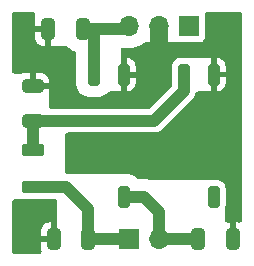
<source format=gbr>
%TF.GenerationSoftware,KiCad,Pcbnew,7.0.10*%
%TF.CreationDate,2024-02-11T10:34:46+07:00*%
%TF.ProjectId,HV-BOARD,48562d42-4f41-4524-942e-6b696361645f,rev?*%
%TF.SameCoordinates,PX86b4dd0PY68e7780*%
%TF.FileFunction,Copper,L1,Top*%
%TF.FilePolarity,Positive*%
%FSLAX46Y46*%
G04 Gerber Fmt 4.6, Leading zero omitted, Abs format (unit mm)*
G04 Created by KiCad (PCBNEW 7.0.10) date 2024-02-11 10:34:46*
%MOMM*%
%LPD*%
G01*
G04 APERTURE LIST*
G04 Aperture macros list*
%AMRoundRect*
0 Rectangle with rounded corners*
0 $1 Rounding radius*
0 $2 $3 $4 $5 $6 $7 $8 $9 X,Y pos of 4 corners*
0 Add a 4 corners polygon primitive as box body*
4,1,4,$2,$3,$4,$5,$6,$7,$8,$9,$2,$3,0*
0 Add four circle primitives for the rounded corners*
1,1,$1+$1,$2,$3*
1,1,$1+$1,$4,$5*
1,1,$1+$1,$6,$7*
1,1,$1+$1,$8,$9*
0 Add four rect primitives between the rounded corners*
20,1,$1+$1,$2,$3,$4,$5,0*
20,1,$1+$1,$4,$5,$6,$7,0*
20,1,$1+$1,$6,$7,$8,$9,0*
20,1,$1+$1,$8,$9,$2,$3,0*%
G04 Aperture macros list end*
%TA.AperFunction,SMDPad,CuDef*%
%ADD10RoundRect,0.250000X-0.325000X-0.650000X0.325000X-0.650000X0.325000X0.650000X-0.325000X0.650000X0*%
%TD*%
%TA.AperFunction,SMDPad,CuDef*%
%ADD11RoundRect,0.250000X-0.650000X0.325000X-0.650000X-0.325000X0.650000X-0.325000X0.650000X0.325000X0*%
%TD*%
%TA.AperFunction,SMDPad,CuDef*%
%ADD12RoundRect,0.250000X0.700000X-0.275000X0.700000X0.275000X-0.700000X0.275000X-0.700000X-0.275000X0*%
%TD*%
%TA.AperFunction,SMDPad,CuDef*%
%ADD13RoundRect,0.250000X0.325000X0.650000X-0.325000X0.650000X-0.325000X-0.650000X0.325000X-0.650000X0*%
%TD*%
%TA.AperFunction,SMDPad,CuDef*%
%ADD14RoundRect,0.250000X0.250000X0.675000X-0.250000X0.675000X-0.250000X-0.675000X0.250000X-0.675000X0*%
%TD*%
%TA.AperFunction,ComponentPad*%
%ADD15R,1.700000X1.700000*%
%TD*%
%TA.AperFunction,ComponentPad*%
%ADD16O,1.700000X1.700000*%
%TD*%
%TA.AperFunction,ViaPad*%
%ADD17C,0.800000*%
%TD*%
%TA.AperFunction,Conductor*%
%ADD18C,0.500000*%
%TD*%
%TA.AperFunction,Conductor*%
%ADD19C,1.500000*%
%TD*%
%TA.AperFunction,Conductor*%
%ADD20C,1.000000*%
%TD*%
G04 APERTURE END LIST*
D10*
%TO.P,C12,1*%
%TO.N,GND*%
X3525000Y19750000D03*
%TO.P,C12,2*%
%TO.N,-HV*%
X6475000Y19750000D03*
%TD*%
D11*
%TO.P,C11,1*%
%TO.N,GND*%
X2250000Y14975000D03*
%TO.P,C11,2*%
%TO.N,Net-(B1-+VIN)*%
X2250000Y12025000D03*
%TD*%
D12*
%TO.P,L1,1*%
%TO.N,+5V*%
X2250000Y6425000D03*
%TO.P,L1,2*%
%TO.N,Net-(B1-+VIN)*%
X2250000Y9575000D03*
%TD*%
D13*
%TO.P,C13,1*%
%TO.N,GND*%
X19225000Y2000000D03*
%TO.P,C13,2*%
%TO.N,+HV*%
X16275000Y2000000D03*
%TD*%
D10*
%TO.P,C10,1*%
%TO.N,GND*%
X4025000Y2000000D03*
%TO.P,C10,2*%
%TO.N,+5V*%
X6975000Y2000000D03*
%TD*%
D14*
%TO.P,B1,1,-VIN*%
%TO.N,GND*%
X17580000Y15925000D03*
%TO.P,B1,2,+VIN*%
%TO.N,Net-(B1-+VIN)*%
X15040000Y15925000D03*
%TO.P,B1,4,0_VOUT*%
%TO.N,GND*%
X9960000Y15925000D03*
%TO.P,B1,5,-VOUT*%
%TO.N,-HV*%
X7420000Y15925000D03*
%TO.P,B1,7,+VOUT*%
%TO.N,+HV*%
X9960000Y5575000D03*
%TO.P,B1,10,NC*%
%TO.N,unconnected-(B1-NC-Pad10)*%
X17580000Y5575000D03*
%TD*%
D15*
%TO.P,J5,1,Pin_1*%
%TO.N,OE*%
X15500000Y20000000D03*
D16*
%TO.P,J5,2,Pin_2*%
%TO.N,GND*%
X12960000Y20000000D03*
%TO.P,J5,3,Pin_3*%
%TO.N,-HV*%
X10420000Y20000000D03*
%TD*%
%TO.P,J7,2,Pin_2*%
%TO.N,+HV*%
X12960000Y2000000D03*
D15*
%TO.P,J7,1,Pin_1*%
%TO.N,+5V*%
X10420000Y2000000D03*
%TD*%
D17*
%TO.N,GND*%
X17250000Y20750000D03*
X5250000Y17500000D03*
X12750000Y8000000D03*
X5500000Y8000000D03*
X12750000Y10500000D03*
X8750000Y10500000D03*
X5500000Y10500000D03*
X1000000Y4750000D03*
X1000000Y16500000D03*
X12000000Y13500000D03*
X7500000Y13500000D03*
X4250000Y13500000D03*
X19500000Y8000000D03*
X19500000Y12250000D03*
X19500000Y16750000D03*
X16500000Y10500000D03*
X16500000Y7500000D03*
X16500000Y14000000D03*
X19500000Y4250000D03*
X1000000Y1250000D03*
X19500000Y20750000D03*
X1000000Y20750000D03*
X11750000Y16000000D03*
X2250000Y16500000D03*
X2000000Y19750000D03*
%TD*%
D18*
%TO.N,GND*%
X12960000Y18040000D02*
X13000000Y18000000D01*
D19*
X12960000Y20000000D02*
X12960000Y18040000D01*
D20*
%TO.N,+HV*%
X12960000Y2000000D02*
X16275000Y2000000D01*
%TO.N,Net-(B1-+VIN)*%
X12525000Y12025000D02*
X2250000Y12025000D01*
X15040000Y14540000D02*
X12525000Y12025000D01*
X15040000Y15925000D02*
X15040000Y14540000D01*
D18*
%TO.N,GND*%
X11675000Y15925000D02*
X11750000Y16000000D01*
X9960000Y15925000D02*
X11675000Y15925000D01*
X2250000Y14975000D02*
X2250000Y16500000D01*
X3525000Y19750000D02*
X2000000Y19750000D01*
D20*
%TO.N,Net-(B1-+VIN)*%
X2250000Y12025000D02*
X2250000Y9575000D01*
%TO.N,+5V*%
X5075000Y6425000D02*
X2250000Y6425000D01*
X6975000Y2000000D02*
X6975000Y4525000D01*
X6975000Y4525000D02*
X5075000Y6425000D01*
X6975000Y2000000D02*
X10420000Y2000000D01*
%TO.N,+HV*%
X11675000Y5575000D02*
X9960000Y5575000D01*
X12960000Y4290000D02*
X11675000Y5575000D01*
X12960000Y2000000D02*
X12960000Y4290000D01*
%TO.N,-HV*%
X7420000Y19750000D02*
X6475000Y19750000D01*
X7420000Y15925000D02*
X7420000Y19750000D01*
X10170000Y19750000D02*
X10420000Y20000000D01*
X6475000Y19750000D02*
X10170000Y19750000D01*
%TD*%
%TA.AperFunction,Conductor*%
%TO.N,GND*%
G36*
X4146288Y5405546D02*
G01*
X4227070Y5351570D01*
X4281046Y5270788D01*
X4300000Y5175500D01*
X4300000Y3528139D01*
X4281046Y3432851D01*
X4275000Y3423803D01*
X4275000Y2250001D01*
X4275001Y2250000D01*
X4300000Y2250000D01*
X4300000Y1750000D01*
X2950002Y1750000D01*
X2950001Y1749999D01*
X2950001Y1300016D01*
X2960494Y1197301D01*
X2960495Y1197298D01*
X3000251Y1077322D01*
X3012232Y980908D01*
X2986405Y887249D01*
X2926701Y810603D01*
X2842212Y762639D01*
X2763890Y750000D01*
X749000Y750000D01*
X653712Y768954D01*
X572930Y822930D01*
X518954Y903712D01*
X500000Y999000D01*
X500000Y2250001D01*
X2950000Y2250001D01*
X2950001Y2250000D01*
X3774999Y2250000D01*
X3775000Y2250001D01*
X3775000Y3400001D01*
X3650024Y3400000D01*
X3547300Y3389506D01*
X3547297Y3389505D01*
X3380880Y3334360D01*
X3380878Y3334359D01*
X3231658Y3242319D01*
X3231654Y3242316D01*
X3107684Y3118346D01*
X3107681Y3118342D01*
X3015641Y2969122D01*
X3015640Y2969121D01*
X2960495Y2802702D01*
X2960494Y2802695D01*
X2950000Y2699982D01*
X2950000Y2250001D01*
X500000Y2250001D01*
X500000Y5151000D01*
X518954Y5246288D01*
X572930Y5327070D01*
X653712Y5381046D01*
X749000Y5400000D01*
X1483836Y5400000D01*
X1496503Y5399678D01*
X1499965Y5399503D01*
X1499991Y5399500D01*
X3000008Y5399501D01*
X3102797Y5410001D01*
X3102908Y5410038D01*
X3108411Y5411861D01*
X3186734Y5424500D01*
X4051000Y5424500D01*
X4146288Y5405546D01*
G37*
%TD.AperFunction*%
%TA.AperFunction,Conductor*%
G36*
X2296288Y21231046D02*
G01*
X2377070Y21177070D01*
X2431046Y21096288D01*
X2450000Y21001000D01*
X2450000Y20000001D01*
X2450001Y20000000D01*
X3526000Y20000000D01*
X3621288Y19981046D01*
X3702070Y19927070D01*
X3756046Y19846288D01*
X3775000Y19751000D01*
X3775000Y18350002D01*
X3775002Y18350000D01*
X5028388Y18350000D01*
X5123676Y18331046D01*
X5204454Y18277073D01*
X5345346Y18136181D01*
X5345349Y18136179D01*
X5345350Y18136178D01*
X5470973Y18049146D01*
X5530374Y18007993D01*
X5735317Y17914904D01*
X5735318Y17914904D01*
X5735320Y17914903D01*
X5745865Y17911213D01*
X5745204Y17909324D01*
X5819100Y17874251D01*
X5884248Y17802176D01*
X5916854Y17710656D01*
X5919500Y17674454D01*
X5919500Y15185792D01*
X5919501Y15185784D01*
X5929904Y15053588D01*
X5984904Y14835317D01*
X6077993Y14630374D01*
X6077995Y14630371D01*
X6077996Y14630369D01*
X6206177Y14445351D01*
X6206178Y14445350D01*
X6206181Y14445346D01*
X6365346Y14286181D01*
X6365349Y14286179D01*
X6365350Y14286178D01*
X6537444Y14166951D01*
X6550374Y14157993D01*
X6755317Y14064904D01*
X6973588Y14009904D01*
X6973591Y14009904D01*
X6973594Y14009903D01*
X7039685Y14004702D01*
X7105783Y13999500D01*
X7734216Y13999501D01*
X7866412Y14009904D01*
X8084683Y14064904D01*
X8289626Y14157993D01*
X8474654Y14286181D01*
X8615545Y14427073D01*
X8696324Y14481046D01*
X8791612Y14500000D01*
X9709999Y14500000D01*
X9710000Y14500002D01*
X10210000Y14500002D01*
X10210001Y14500001D01*
X10259968Y14500001D01*
X10259984Y14500002D01*
X10362699Y14510495D01*
X10362702Y14510496D01*
X10529119Y14565641D01*
X10529121Y14565642D01*
X10678341Y14657682D01*
X10678345Y14657685D01*
X10802315Y14781655D01*
X10802318Y14781659D01*
X10894358Y14930879D01*
X10894359Y14930880D01*
X10949504Y15097299D01*
X10949505Y15097306D01*
X10959999Y15200019D01*
X10960000Y15200029D01*
X10960000Y15674999D01*
X10959999Y15675000D01*
X10210001Y15675000D01*
X10210000Y15674999D01*
X10210000Y14500002D01*
X9710000Y14500002D01*
X9710000Y16175001D01*
X10210000Y16175001D01*
X10210001Y16175000D01*
X10959998Y16175000D01*
X10959999Y16175001D01*
X10959999Y16649968D01*
X10959998Y16649985D01*
X10949505Y16752700D01*
X10949504Y16752703D01*
X10894359Y16919120D01*
X10894358Y16919122D01*
X10802318Y17068342D01*
X10802315Y17068346D01*
X10678345Y17192316D01*
X10678341Y17192319D01*
X10529121Y17284359D01*
X10529120Y17284360D01*
X10362701Y17339505D01*
X10362694Y17339506D01*
X10259981Y17350000D01*
X10210001Y17350000D01*
X10210000Y17349999D01*
X10210000Y16175001D01*
X9710000Y16175001D01*
X9710000Y17412866D01*
X9700000Y17463139D01*
X9700000Y17953858D01*
X9718954Y18049146D01*
X9772930Y18129928D01*
X9853712Y18183904D01*
X9949000Y18202858D01*
X10001922Y18197169D01*
X10155974Y18163657D01*
X10420000Y18144773D01*
X10684026Y18163657D01*
X10942678Y18219923D01*
X11190689Y18312426D01*
X11423011Y18439284D01*
X11634915Y18597913D01*
X11634919Y18597918D01*
X11638149Y18600335D01*
X11725789Y18642265D01*
X11787369Y18650000D01*
X12709999Y18650000D01*
X13210001Y18650000D01*
X14586130Y18650000D01*
X14599458Y18649643D01*
X14602110Y18649502D01*
X14602127Y18649500D01*
X16397872Y18649501D01*
X16457483Y18655909D01*
X16592331Y18706204D01*
X16707546Y18792454D01*
X16793796Y18907669D01*
X16844091Y19042517D01*
X16850500Y19102127D01*
X16850499Y20897872D01*
X16844091Y20957483D01*
X16844090Y20957484D01*
X16842426Y20972972D01*
X16846285Y20973387D01*
X16843861Y21040766D01*
X16877789Y21131804D01*
X16943974Y21202928D01*
X17032339Y21243311D01*
X17089665Y21250000D01*
X19751000Y21250000D01*
X19846288Y21231046D01*
X19927070Y21177070D01*
X19981046Y21096288D01*
X20000000Y21001000D01*
X20000000Y3633807D01*
X19981046Y3538519D01*
X19927070Y3457737D01*
X19846288Y3403761D01*
X19751000Y3384807D01*
X19716256Y3388485D01*
X19716220Y3388124D01*
X19599981Y3400000D01*
X19475001Y3400000D01*
X19475000Y3399999D01*
X19475000Y1999000D01*
X19456046Y1903712D01*
X19402070Y1822930D01*
X19321288Y1768954D01*
X19226000Y1750000D01*
X19224000Y1750000D01*
X19128712Y1768954D01*
X19047930Y1822930D01*
X18993954Y1903712D01*
X18975000Y1999000D01*
X18975000Y3400001D01*
X18850024Y3400000D01*
X18774305Y3392264D01*
X18677584Y3401436D01*
X18591735Y3446924D01*
X18529829Y3521802D01*
X18501289Y3614670D01*
X18500000Y3639975D01*
X18500000Y4495781D01*
X18512639Y4574104D01*
X18514812Y4580665D01*
X18514814Y4580666D01*
X18569999Y4747203D01*
X18580500Y4849991D01*
X18580499Y6300008D01*
X18569999Y6402797D01*
X18555548Y6446406D01*
X18536218Y6504742D01*
X18514814Y6569334D01*
X18422712Y6718656D01*
X18298656Y6842712D01*
X18149334Y6934814D01*
X18149332Y6934815D01*
X18149330Y6934816D01*
X18149332Y6934816D01*
X17982802Y6989998D01*
X17982798Y6989999D01*
X17982797Y6989999D01*
X17880009Y7000500D01*
X17880005Y7000500D01*
X17279983Y7000500D01*
X17276529Y7000323D01*
X17263859Y7000000D01*
X12197728Y7000000D01*
X12114634Y7015639D01*
X12114478Y7015112D01*
X12109404Y7016623D01*
X12107213Y7017035D01*
X12104617Y7018048D01*
X12104609Y7018051D01*
X12018326Y7036143D01*
X12008302Y7038462D01*
X11922824Y7060108D01*
X11922814Y7060110D01*
X11907154Y7061407D01*
X11876630Y7065854D01*
X11861237Y7069081D01*
X11861234Y7069082D01*
X11861230Y7069082D01*
X11773143Y7072725D01*
X11762872Y7073362D01*
X11737071Y7075500D01*
X11737067Y7075500D01*
X11711176Y7075500D01*
X11700885Y7075713D01*
X11612780Y7079358D01*
X11597175Y7077412D01*
X11566375Y7075500D01*
X11256113Y7075500D01*
X11160825Y7094454D01*
X11080045Y7148429D01*
X11014656Y7213817D01*
X11014649Y7213823D01*
X10829631Y7342004D01*
X10829629Y7342005D01*
X10829626Y7342007D01*
X10662773Y7417795D01*
X10624686Y7435095D01*
X10624684Y7435096D01*
X10624683Y7435096D01*
X10406412Y7490096D01*
X10406411Y7490097D01*
X10406408Y7490097D01*
X10406405Y7490098D01*
X10274222Y7500500D01*
X9645788Y7500500D01*
X9640903Y7500307D01*
X9640897Y7500442D01*
X9629662Y7500000D01*
X5249000Y7500000D01*
X5153712Y7518954D01*
X5072930Y7572930D01*
X5018954Y7653712D01*
X5000000Y7749000D01*
X5000000Y10775500D01*
X5018954Y10870788D01*
X5072930Y10951570D01*
X5153712Y11005546D01*
X5249000Y11024500D01*
X12509134Y11024500D01*
X12515441Y11024420D01*
X12601360Y11022243D01*
X12601360Y11022244D01*
X12601363Y11022243D01*
X12654751Y11031813D01*
X12673462Y11034438D01*
X12727438Y11039926D01*
X12748892Y11046658D01*
X12779511Y11054174D01*
X12801653Y11058142D01*
X12852047Y11078273D01*
X12869811Y11084597D01*
X12921588Y11100841D01*
X12941251Y11111756D01*
X12969732Y11125281D01*
X12972744Y11126485D01*
X12990617Y11133623D01*
X13035908Y11163473D01*
X13052073Y11173267D01*
X13099502Y11199591D01*
X13116575Y11214249D01*
X13141734Y11233219D01*
X13160519Y11245598D01*
X13198875Y11283955D01*
X13212738Y11296804D01*
X13253895Y11332134D01*
X13267661Y11349920D01*
X13288486Y11373567D01*
X15736296Y13821377D01*
X15740693Y13825664D01*
X15803053Y13884941D01*
X15834036Y13929459D01*
X15845423Y13944560D01*
X15879698Y13986593D01*
X15890113Y14006533D01*
X15906448Y14033494D01*
X15919295Y14051951D01*
X15940680Y14101787D01*
X15948791Y14118867D01*
X15973909Y14166951D01*
X15980094Y14188570D01*
X15990672Y14218280D01*
X15992280Y14222027D01*
X15999540Y14238942D01*
X16010459Y14292082D01*
X16014969Y14310456D01*
X16017567Y14319531D01*
X16062015Y14405923D01*
X16136140Y14468729D01*
X16228658Y14498387D01*
X16256951Y14500000D01*
X17329998Y14500000D01*
X17330000Y14500002D01*
X17830000Y14500002D01*
X17830001Y14500001D01*
X17879968Y14500001D01*
X17879984Y14500002D01*
X17982699Y14510495D01*
X17982702Y14510496D01*
X18149119Y14565641D01*
X18149121Y14565642D01*
X18298341Y14657682D01*
X18298345Y14657685D01*
X18422315Y14781655D01*
X18422318Y14781659D01*
X18514358Y14930879D01*
X18514359Y14930880D01*
X18569504Y15097299D01*
X18569505Y15097306D01*
X18579999Y15200019D01*
X18580000Y15200029D01*
X18580000Y15674999D01*
X18579999Y15675000D01*
X17830001Y15675000D01*
X17830000Y15674999D01*
X17830000Y14500002D01*
X17330000Y14500002D01*
X17330000Y16175001D01*
X17830000Y16175001D01*
X17830001Y16175000D01*
X18579998Y16175000D01*
X18579999Y16175001D01*
X18579999Y16649968D01*
X18579998Y16649985D01*
X18569505Y16752700D01*
X18569504Y16752703D01*
X18514359Y16919120D01*
X18514358Y16919122D01*
X18422318Y17068342D01*
X18422315Y17068346D01*
X18298345Y17192316D01*
X18298341Y17192319D01*
X18149121Y17284359D01*
X18149120Y17284360D01*
X17982701Y17339505D01*
X17982694Y17339506D01*
X17879981Y17350000D01*
X17830001Y17350000D01*
X17830000Y17349999D01*
X17830000Y16175001D01*
X17330000Y16175001D01*
X17330000Y17349999D01*
X17329999Y17350000D01*
X17300000Y17350000D01*
X15356164Y17350000D01*
X15343497Y17350322D01*
X15340015Y17350500D01*
X15340009Y17350500D01*
X15340002Y17350500D01*
X14739993Y17350500D01*
X14637199Y17339999D01*
X14470667Y17284815D01*
X14321346Y17192714D01*
X14197286Y17068654D01*
X14105184Y16919332D01*
X14050002Y16752803D01*
X14050001Y16752796D01*
X14039500Y16650012D01*
X14039500Y15057561D01*
X14020546Y14962273D01*
X13966570Y14881491D01*
X12183510Y13098430D01*
X12102728Y13044454D01*
X12007440Y13025500D01*
X3899000Y13025500D01*
X3803712Y13044454D01*
X3722930Y13098430D01*
X3668954Y13179212D01*
X3650000Y13274500D01*
X3650000Y14724999D01*
X3649999Y14725000D01*
X2249000Y14725000D01*
X2153712Y14743954D01*
X2072930Y14797930D01*
X2018954Y14878712D01*
X2000000Y14974000D01*
X2000000Y15225001D01*
X2500000Y15225001D01*
X2500001Y15225000D01*
X3649998Y15225000D01*
X3649999Y15225001D01*
X3649999Y15349968D01*
X3649998Y15349985D01*
X3639505Y15452700D01*
X3639504Y15452703D01*
X3584359Y15619120D01*
X3584358Y15619122D01*
X3492318Y15768342D01*
X3492315Y15768346D01*
X3368345Y15892316D01*
X3368341Y15892319D01*
X3219121Y15984359D01*
X3219120Y15984360D01*
X3052701Y16039505D01*
X3052694Y16039506D01*
X2949981Y16050000D01*
X2500001Y16050000D01*
X2500000Y16049999D01*
X2500000Y15225001D01*
X2000000Y15225001D01*
X2000000Y16049999D01*
X1999999Y16050000D01*
X1550024Y16050000D01*
X1447303Y16039506D01*
X1447302Y16039506D01*
X1366225Y16012639D01*
X1287903Y16000000D01*
X749000Y16000000D01*
X653712Y16018954D01*
X572930Y16072930D01*
X518954Y16153712D01*
X500000Y16249000D01*
X500000Y19050016D01*
X2450001Y19050016D01*
X2460494Y18947301D01*
X2460495Y18947298D01*
X2515640Y18780881D01*
X2515641Y18780879D01*
X2607681Y18631659D01*
X2607684Y18631655D01*
X2731654Y18507685D01*
X2731658Y18507682D01*
X2880878Y18415642D01*
X2880879Y18415641D01*
X3047298Y18360496D01*
X3047305Y18360495D01*
X3150023Y18350001D01*
X3275000Y18350002D01*
X3275000Y19499999D01*
X3274999Y19500000D01*
X2450002Y19500000D01*
X2450001Y19499999D01*
X2450001Y19050016D01*
X500000Y19050016D01*
X500000Y21001000D01*
X518954Y21096288D01*
X572930Y21177070D01*
X653712Y21231046D01*
X749000Y21250000D01*
X2201000Y21250000D01*
X2296288Y21231046D01*
G37*
%TD.AperFunction*%
%TA.AperFunction,Conductor*%
G36*
X13210000Y18734500D02*
G01*
X12710000Y18759500D01*
X12710000Y19564499D01*
X12817685Y19515320D01*
X12924237Y19500000D01*
X12995763Y19500000D01*
X13102315Y19515320D01*
X13210000Y19564499D01*
X13210000Y18734500D01*
G37*
%TD.AperFunction*%
%TD*%
M02*

</source>
